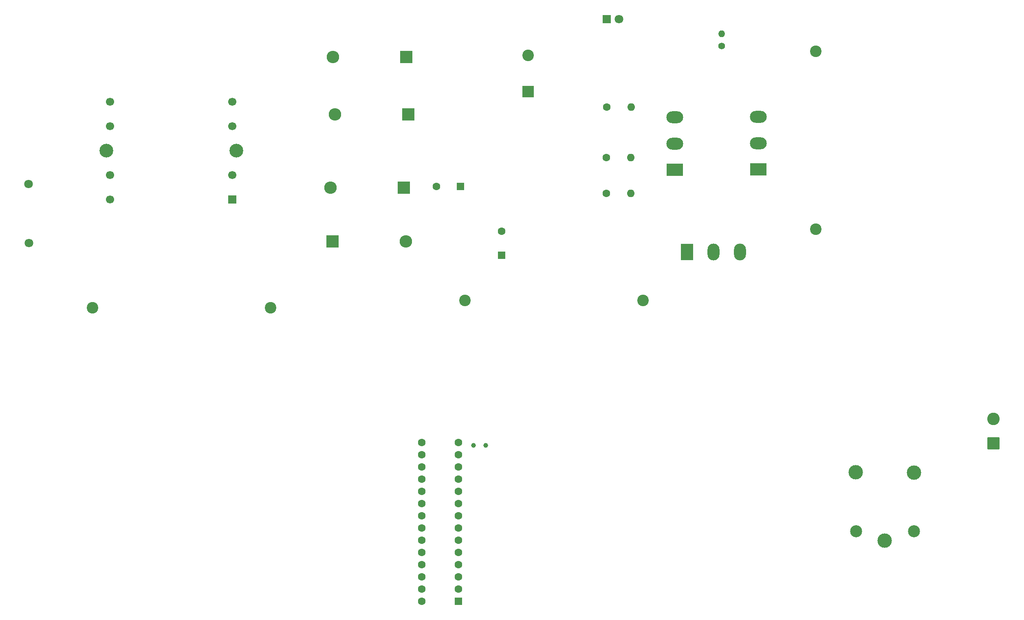
<source format=gbr>
%TF.GenerationSoftware,KiCad,Pcbnew,9.0.0*%
%TF.CreationDate,2026-02-12T20:53:49+05:30*%
%TF.ProjectId,pcb,7063622e-6b69-4636-9164-5f7063625858,rev?*%
%TF.SameCoordinates,Original*%
%TF.FileFunction,Soldermask,Bot*%
%TF.FilePolarity,Negative*%
%FSLAX46Y46*%
G04 Gerber Fmt 4.6, Leading zero omitted, Abs format (unit mm)*
G04 Created by KiCad (PCBNEW 9.0.0) date 2026-02-12 20:53:49*
%MOMM*%
%LPD*%
G01*
G04 APERTURE LIST*
G04 Aperture macros list*
%AMRoundRect*
0 Rectangle with rounded corners*
0 $1 Rounding radius*
0 $2 $3 $4 $5 $6 $7 $8 $9 X,Y pos of 4 corners*
0 Add a 4 corners polygon primitive as box body*
4,1,4,$2,$3,$4,$5,$6,$7,$8,$9,$2,$3,0*
0 Add four circle primitives for the rounded corners*
1,1,$1+$1,$2,$3*
1,1,$1+$1,$4,$5*
1,1,$1+$1,$6,$7*
1,1,$1+$1,$8,$9*
0 Add four rect primitives between the rounded corners*
20,1,$1+$1,$2,$3,$4,$5,0*
20,1,$1+$1,$4,$5,$6,$7,0*
20,1,$1+$1,$6,$7,$8,$9,0*
20,1,$1+$1,$8,$9,$2,$3,0*%
G04 Aperture macros list end*
%ADD10C,2.400000*%
%ADD11R,2.400000X2.400000*%
%ADD12R,3.500000X2.500000*%
%ADD13O,3.500000X2.500000*%
%ADD14C,1.600000*%
%ADD15O,1.600000X1.600000*%
%ADD16RoundRect,0.250000X0.550000X0.550000X-0.550000X0.550000X-0.550000X-0.550000X0.550000X-0.550000X0*%
%ADD17C,2.844800*%
%ADD18R,1.700000X1.700000*%
%ADD19C,1.700000*%
%ADD20R,1.600000X1.600000*%
%ADD21C,3.000000*%
%ADD22C,2.500000*%
%ADD23R,2.600000X2.600000*%
%ADD24O,2.600000X2.600000*%
%ADD25C,1.800000*%
%ADD26RoundRect,0.250000X1.050000X-1.050000X1.050000X1.050000X-1.050000X1.050000X-1.050000X-1.050000X0*%
%ADD27C,2.600000*%
%ADD28C,1.400000*%
%ADD29O,1.400000X1.400000*%
%ADD30R,1.800000X1.800000*%
%ADD31R,2.500000X3.500000*%
%ADD32O,2.500000X3.500000*%
%ADD33C,1.000000*%
G04 APERTURE END LIST*
D10*
%TO.C,F2*%
X210110000Y-68010000D03*
X210110000Y-31010000D03*
%TD*%
D11*
%TO.C,C1*%
X150300000Y-39340000D03*
D10*
X150300000Y-31840000D03*
%TD*%
D12*
%TO.C,Q4*%
X198150000Y-55575000D03*
D13*
X198150000Y-50100000D03*
X198150000Y-44625000D03*
%TD*%
D14*
%TO.C,R2*%
X166595000Y-53060000D03*
D15*
X171675000Y-53060000D03*
%TD*%
D16*
%TO.C,U4*%
X135782500Y-145395000D03*
D14*
X135782500Y-142855000D03*
X135782500Y-140315000D03*
X135782500Y-137775000D03*
X135782500Y-135235000D03*
X135782500Y-132695000D03*
X135782500Y-130155000D03*
X135782500Y-127615000D03*
X135782500Y-125075000D03*
X135782500Y-122535000D03*
X135782500Y-119995000D03*
X135782500Y-117455000D03*
X135782500Y-114915000D03*
X135782500Y-112375000D03*
X128162500Y-112375000D03*
X128162500Y-114915000D03*
X128162500Y-117455000D03*
X128162500Y-119995000D03*
X128162500Y-122535000D03*
X128162500Y-125075000D03*
X128162500Y-127615000D03*
X128162500Y-130155000D03*
X128162500Y-132695000D03*
X128162500Y-135235000D03*
X128162500Y-137775000D03*
X128162500Y-140315000D03*
X128162500Y-142855000D03*
X128162500Y-145395000D03*
%TD*%
D17*
%TO.C,T1*%
X89657400Y-51630000D03*
X62682600Y-51630000D03*
D18*
X88870000Y-61790000D03*
D19*
X88870000Y-56710000D03*
X88870000Y-46550000D03*
X88870000Y-41470000D03*
X63470000Y-61790000D03*
X63470000Y-56710000D03*
X63470000Y-46550000D03*
X63470000Y-41470000D03*
%TD*%
D14*
%TO.C,R3*%
X166595000Y-60530000D03*
D15*
X171675000Y-60530000D03*
%TD*%
D10*
%TO.C,F3*%
X96790000Y-84300000D03*
X59790000Y-84300000D03*
%TD*%
D20*
%TO.C,C3*%
X136222600Y-59120000D03*
D14*
X131222600Y-59120000D03*
%TD*%
D21*
%TO.C,K1*%
X224400000Y-132750000D03*
D22*
X230450000Y-130800000D03*
D21*
X230450000Y-118600000D03*
X218400000Y-118550000D03*
D22*
X218450000Y-130800000D03*
%TD*%
D23*
%TO.C,D4*%
X124970000Y-32130000D03*
D24*
X109730000Y-32130000D03*
%TD*%
D25*
%TO.C,J3*%
X46570000Y-70840000D03*
%TD*%
%TO.C,J2*%
X46540000Y-58590000D03*
%TD*%
D23*
%TO.C,D2*%
X124450000Y-59330000D03*
D24*
X109210000Y-59330000D03*
%TD*%
D14*
%TO.C,R1*%
X166605000Y-42550000D03*
D15*
X171685000Y-42550000D03*
%TD*%
D26*
%TO.C,J1*%
X247030000Y-112520000D03*
D27*
X247030000Y-107440000D03*
%TD*%
D28*
%TO.C,R7*%
X190520000Y-29920000D03*
D29*
X190520000Y-27380000D03*
%TD*%
D30*
%TO.C,D5*%
X166600000Y-24280000D03*
D25*
X169140000Y-24280000D03*
%TD*%
D20*
%TO.C,C2*%
X144760000Y-73412380D03*
D14*
X144760000Y-68412380D03*
%TD*%
D23*
%TO.C,D3*%
X125420000Y-44080000D03*
D24*
X110180000Y-44080000D03*
%TD*%
D23*
%TO.C,D1*%
X109650000Y-70540000D03*
D24*
X124890000Y-70540000D03*
%TD*%
D10*
%TO.C,F1*%
X174190000Y-82800000D03*
X137190000Y-82800000D03*
%TD*%
D31*
%TO.C,U1*%
X183350000Y-72700000D03*
D32*
X188825000Y-72700000D03*
X194300000Y-72700000D03*
%TD*%
D12*
%TO.C,Q2*%
X180780000Y-55655000D03*
D13*
X180780000Y-50180000D03*
X180780000Y-44705000D03*
%TD*%
D33*
%TO.C,Y1*%
X138942500Y-112975000D03*
X141482500Y-112975000D03*
%TD*%
M02*

</source>
